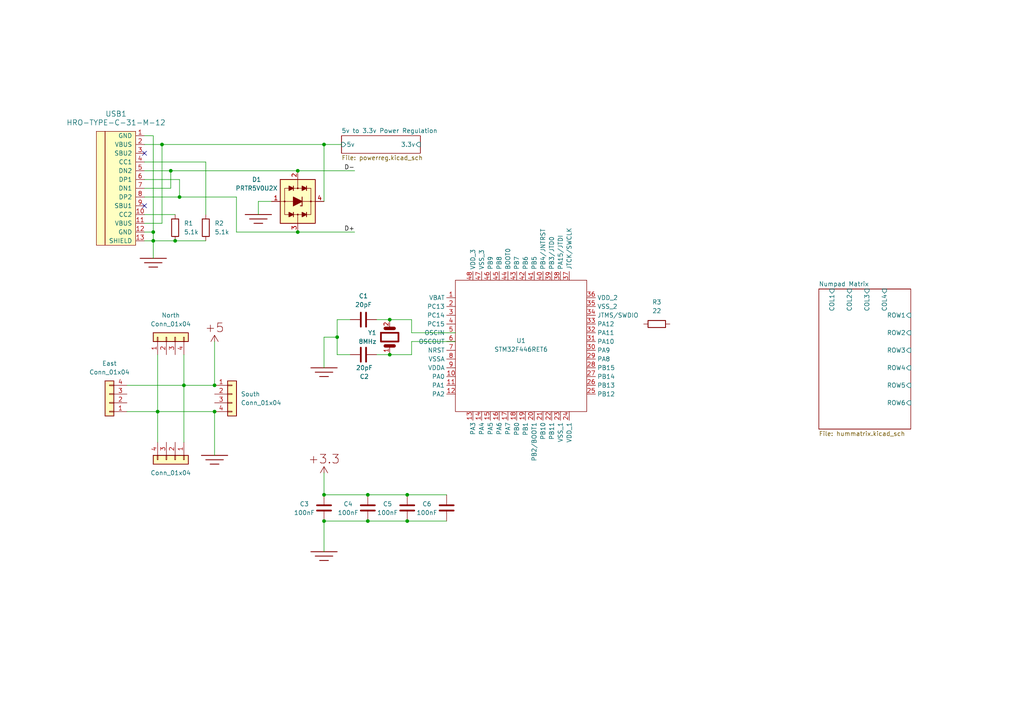
<source format=kicad_sch>
(kicad_sch (version 20250114) (generator "eeschema") (generator_version "9.0")
  (paper "A4")
  (lib_symbols
    (symbol "PCM_4ms_Connector:Conn_01x04" (pin_names (offset 1.016) (hide yes))
      (property "Reference" "J" (at 0 5.08 0))
      (property "Value" "Conn_01x04" (at 0 -7.62 0))
      (symbol "Conn_01x04_1_1"
        (rectangle (start -1.27 3.81) (end 1.27 -6.35) (stroke (width 0.254)) (fill (type background)))
        (rectangle (start -1.27 2.667) (end 0 2.413) (stroke (width 0.1524)))
        (rectangle (start -1.27 0.127) (end 0 -0.127) (stroke (width 0.1524)))
        (rectangle (start -1.27 -2.413) (end 0 -2.667) (stroke (width 0.1524)))
        (rectangle (start -1.27 -4.953) (end 0 -5.207) (stroke (width 0.1524)))
        (pin passive line (at -5.08 2.54 0) (length 3.81) (name "Pin_1") (number "1"))
        (pin passive line (at -5.08 0 0) (length 3.81) (name "Pin_2") (number "2"))
        (pin passive line (at -5.08 -2.54 0) (length 3.81) (name "Pin_3") (number "3"))
        (pin passive line (at -5.08 -5.08 0) (length 3.81) (name "Pin_4") (number "4"))
      )
    )
    (symbol "PCM_Capacitor_AKL:C_0805" (pin_numbers (hide yes)) (pin_names (offset 0.254))
      (property "Reference" "C" (at 0.635 2.54 0))
      (property "Value" "C_0805" (at 0.635 -2.54 0))
      (symbol "C_0805_0_1"
        (polyline (pts (xy -2.032 0.762) (xy 2.032 0.762)) (stroke (width 0.508)))
        (polyline (pts (xy -2.032 -0.762) (xy 2.032 -0.762)) (stroke (width 0.508)))
      )
      (symbol "C_0805_0_2"
        (polyline (pts (xy -2.54 -2.54) (xy -0.381 -0.381)))
        (polyline (pts (xy -0.508 -0.508) (xy -1.651 0.635)) (stroke (width 0.508)))
        (polyline (pts (xy -0.508 -0.508) (xy 0.635 -1.651)) (stroke (width 0.508)))
        (polyline (pts (xy 0.381 0.381) (xy 2.54 2.54)))
        (polyline (pts (xy 0.508 0.508) (xy -0.635 1.651)) (stroke (width 0.508)))
        (polyline (pts (xy 0.508 0.508) (xy 1.651 -0.635)) (stroke (width 0.508)))
      )
      (symbol "C_0805_1_1"
        (pin passive line (at 0 3.81 270) (length 2.794) (name "~") (number "1"))
        (pin passive line (at 0 -3.81 90) (length 2.794) (name "~") (number "2"))
      )
      (symbol "C_0805_1_2"
        (pin passive line (at -2.54 -2.54 90) (length 0) (name "~") (number "2"))
        (pin passive line (at 2.54 2.54 270) (length 0) (name "~") (number "1"))
      )
    )
    (symbol "PCM_Diode_TVS_AKL:PRTR5V0U2X" (pin_names (offset 1.016) (hide yes))
      (property "Reference" "D" (at 7.62 8.89 0))
      (property "Value" "PRTR5V0U2X" (at 7.62 6.35 0))
      (symbol "PRTR5V0U2X_0_1"
        (rectangle (start -6.35 5.08) (end 6.35 -5.08) (stroke (width 0.254)) (fill (type background)))
        (polyline (pts (xy -3.81 2.54) (xy -3.81 3.81) (xy 3.81 3.81) (xy 3.81 2.54)))
        (polyline (pts (xy -3.81 2.54) (xy -3.175 1.27) (xy -4.445 1.27) (xy -3.81 2.54)) (stroke (width 0.254)) (fill (type outline)))
        (circle (center -3.81 0) (radius 0.1778) (fill (type outline)))
        (polyline (pts (xy -3.81 0) (xy -6.35 0)))
        (polyline (pts (xy -3.81 -1.27) (xy -3.81 1.27)))
        (polyline (pts (xy -3.81 -1.27) (xy -3.175 -2.54) (xy -4.445 -2.54) (xy -3.81 -1.27)) (stroke (width 0.254)) (fill (type outline)))
        (polyline (pts (xy -3.81 -2.54) (xy -3.81 -3.81) (xy 3.81 -3.81) (xy 3.81 -2.54)))
        (polyline (pts (xy -3.175 2.54) (xy -4.445 2.54)) (stroke (width 0.254)))
        (polyline (pts (xy -3.175 -1.27) (xy -4.445 -1.27)) (stroke (width 0.254)))
        (circle (center 0 3.81) (radius 0.1778) (fill (type outline)))
        (polyline (pts (xy 0 1.27) (xy 0 5.08)))
        (polyline (pts (xy 0 -1.27) (xy 0 -5.08)))
        (polyline (pts (xy 3.81 2.54) (xy 4.445 1.27) (xy 3.175 1.27) (xy 3.81 2.54)) (stroke (width 0.254)) (fill (type outline)))
        (polyline (pts (xy 3.81 0) (xy 6.35 0)))
        (circle (center 3.81 0) (radius 0.1778) (fill (type outline)))
        (polyline (pts (xy 3.81 -1.27) (xy 3.81 1.27)))
        (polyline (pts (xy 3.81 -1.27) (xy 4.445 -2.54) (xy 3.175 -2.54) (xy 3.81 -1.27)) (stroke (width 0.254)) (fill (type outline)))
        (polyline (pts (xy 4.445 2.54) (xy 3.175 2.54)) (stroke (width 0.254)))
        (polyline (pts (xy 4.445 -1.27) (xy 3.175 -1.27)) (stroke (width 0.254)))
      )
      (symbol "PRTR5V0U2X_1_1"
        (polyline (pts (xy -3.81 1.27) (xy -3.81 3.81)))
        (polyline (pts (xy -1.27 1.27) (xy 1.27 1.27)) (stroke (width 0.254)))
        (polyline (pts (xy 0 -1.27) (xy 0 1.27)))
        (circle (center 0 -3.81) (radius 0.1778) (fill (type outline)))
        (polyline (pts (xy 1.27 1.27) (xy 1.27 0.762)) (stroke (width 0.254)))
        (polyline (pts (xy 1.27 -1.27) (xy -1.27 -1.27) (xy 0 1.27) (xy 1.27 -1.27)) (stroke (width 0.254)) (fill (type outline)))
        (pin passive line (at -8.89 0 0) (length 2.54) (name "L1") (number "2"))
        (pin passive line (at 0 7.62 270) (length 2.54) (name "VP") (number "4"))
        (pin passive line (at 0 -7.62 90) (length 2.54) (name "VN") (number "1"))
        (pin passive line (at 8.89 0 180) (length 2.54) (name "L2") (number "3"))
      )
    )
    (symbol "PCM_Generic:P,+3.3" (power) (pin_numbers (hide yes)) (pin_names (offset 1.27) (hide yes))
      (symbol "P,+3.3_1_1"
        (polyline (pts (xy -1.0668 0) (xy 0 1.8288) (xy 1.0668 0)))
        (polyline (pts (xy 0 0) (xy 0 1.8288)))
        (text "+3.3" (at 0 2.54 0) (effects (font (size 2.54 2.54)) (justify bottom)))
        (pin power_in line (at 0 0 0) (length 0) (hide yes) (name "+3.3") (number "0"))
      )
    )
    (symbol "PCM_Generic:P,+5" (power) (pin_numbers (hide yes)) (pin_names (offset 1.27) (hide yes))
      (symbol "P,+5_1_1"
        (polyline (pts (xy -1.0668 0) (xy 0 1.8288) (xy 1.0668 0)))
        (polyline (pts (xy 0 0) (xy 0 1.8288)))
        (text "+5" (at 0 2.54 0) (effects (font (size 2.54 2.54)) (justify bottom)))
        (pin power_in line (at 0 0 0) (length 0) (hide yes) (name "+5") (number "0"))
      )
    )
    (symbol "PCM_Generic:P,E" (power) (pin_numbers (hide yes)) (pin_names (offset 3.81))
      (symbol "P,E_1_1"
        (polyline (pts (xy -3.81 0) (xy 3.81 0)) (stroke (width 0.254)))
        (polyline (pts (xy -2.54 -1.27) (xy 2.54 -1.27)) (stroke (width 0.254)))
        (polyline (pts (xy -1.27 -2.54) (xy 1.27 -2.54)) (stroke (width 0.254)))
        (pin power_in line (at 0 0 0) (length 0) (hide yes) (name "E") (number "0"))
      )
    )
    (symbol "PCM_Resistor_AKL:R_0805" (pin_numbers (hide yes)) (pin_names (offset 0))
      (property "Reference" "R" (at 2.54 1.27 0))
      (property "Value" "R_0805" (at 2.54 -1.27 0))
      (symbol "R_0805_0_1"
        (rectangle (start -1.016 2.54) (end 1.016 -2.54) (stroke (width 0.254)))
      )
      (symbol "R_0805_0_2"
        (polyline (pts (xy -2.54 -2.54) (xy -1.524 -1.524)))
        (polyline (pts (xy 1.524 1.524) (xy 2.54 2.54)))
        (polyline (pts (xy 1.524 1.524) (xy 0.889 2.159) (xy -2.159 -0.889) (xy -0.889 -2.159) (xy 2.159 0.889) (xy 1.524 1.524)) (stroke (width 0.254)))
      )
      (symbol "R_0805_1_1"
        (pin passive line (at 0 3.81 270) (length 1.27) (name "~") (number "1"))
        (pin passive line (at 0 -3.81 90) (length 1.27) (name "~") (number "2"))
      )
      (symbol "R_0805_1_2"
        (pin passive line (at -2.54 -2.54 0) (length 0) (name "") (number "2"))
        (pin passive line (at 2.54 2.54 180) (length 0) (name "") (number "1"))
      )
    )
    (symbol "PCM_SL_Devices:Crystal_8MHz"
      (property "Reference" "Y" (at 0 7.62 0))
      (property "Value" "Crystal_8MHz" (at 0 5.08 0))
      (symbol "Crystal_8MHz_0_1"
        (polyline (pts (xy -2.54 1.27) (xy -2.54 -1.27)) (stroke (width 1)))
        (rectangle (start -1.27 2.54) (end 1.27 -2.54) (stroke (width 0.5)))
        (polyline (pts (xy 2.54 1.27) (xy 2.54 -1.27)) (stroke (width 1)))
      )
      (symbol "Crystal_8MHz_1_1"
        (pin passive line (at -5.08 0 0) (length 2.54) (name "") (number "1"))
        (pin passive line (at 5.08 0 180) (length 2.54) (name "") (number "2"))
      )
    )
    (symbol "Type-C:HRO-TYPE-C-31-M-12" (pin_names (offset 1.016))
      (property "Reference" "USB" (at -5.08 16.51 0))
      (property "Value" "HRO-TYPE-C-31-M-12" (at -10.16 -1.27 90))
      (symbol "HRO-TYPE-C-31-M-12_0_1"
        (rectangle (start -11.43 15.24) (end -8.89 -17.78) (fill (type background)))
        (rectangle (start 0 -17.78) (end -8.89 15.24) (fill (type background)))
      )
      (symbol "HRO-TYPE-C-31-M-12_1_1"
        (pin input line (at 2.54 13.97 180) (length 2.54) (name "GND") (number "1"))
        (pin input line (at 2.54 11.43 180) (length 2.54) (name "VBUS") (number "2"))
        (pin input line (at 2.54 8.89 180) (length 2.54) (name "SBU2") (number "3"))
        (pin input line (at 2.54 6.35 180) (length 2.54) (name "CC1") (number "4"))
        (pin input line (at 2.54 3.81 180) (length 2.54) (name "DN2") (number "5"))
        (pin input line (at 2.54 1.27 180) (length 2.54) (name "DP1") (number "6"))
        (pin input line (at 2.54 -1.27 180) (length 2.54) (name "DN1") (number "7"))
        (pin input line (at 2.54 -3.81 180) (length 2.54) (name "DP2") (number "8"))
        (pin input line (at 2.54 -6.35 180) (length 2.54) (name "SBU1") (number "9"))
        (pin input line (at 2.54 -8.89 180) (length 2.54) (name "CC2") (number "10"))
        (pin input line (at 2.54 -11.43 180) (length 2.54) (name "VBUS") (number "11"))
        (pin input line (at 2.54 -13.97 180) (length 2.54) (name "GND") (number "12"))
        (pin input line (at 2.54 -16.51 180) (length 2.54) (name "SHIELD") (number "13"))
      )
    )
    (symbol "stm32f446ret6:STM32F446RET6"
      (property "Reference" "U" (at -0.508 -3.048 0))
      (symbol "STM32F446RET6_0_1"
        (rectangle (start 0 0) (end 38.1 -38.1))
      )
      (symbol "STM32F446RET6_1_1"
        (pin bidirectional line (at 0 -5.08 180) (length 2.54) (name "VBAT") (number "1"))
        (pin bidirectional line (at 0 -7.62 180) (length 2.54) (name "PC13") (number "2"))
        (pin bidirectional line (at 0 -10.16 180) (length 2.54) (name "PC14") (number "3"))
        (pin bidirectional line (at 0 -12.7 180) (length 2.54) (name "PC15") (number "4"))
        (pin bidirectional line (at 0 -15.24 180) (length 2.54) (name "OSCIN") (number "5"))
        (pin bidirectional line (at 0 -17.78 180) (length 2.54) (name "OSCOUT") (number "6"))
        (pin bidirectional line (at 0 -20.32 180) (length 2.54) (name "NRST") (number "7"))
        (pin bidirectional line (at 0 -22.86 180) (length 2.54) (name "VSSA") (number "8"))
        (pin bidirectional line (at 0 -25.4 180) (length 2.54) (name "VDDA") (number "9"))
        (pin bidirectional line (at 0 -27.94 180) (length 2.54) (name "PA0") (number "10"))
        (pin bidirectional line (at 0 -30.48 180) (length 2.54) (name "PA1") (number "11"))
        (pin bidirectional line (at 0 -33.02 180) (length 2.54) (name "PA2") (number "12"))
        (pin bidirectional line (at 5.08 0 90) (length 2.54) (name "VDD_3") (number "48"))
        (pin bidirectional line (at 5.08 -38.1 270) (length 2.54) (name "PA3") (number "13"))
        (pin bidirectional line (at 7.62 0 90) (length 2.54) (name "VSS_3") (number "47"))
        (pin bidirectional line (at 7.62 -38.1 270) (length 2.54) (name "PA4") (number "14"))
        (pin bidirectional line (at 10.16 0 90) (length 2.54) (name "PB9") (number "46"))
        (pin bidirectional line (at 10.16 -38.1 270) (length 2.54) (name "PA5") (number "15"))
        (pin bidirectional line (at 12.7 0 90) (length 2.54) (name "PB8") (number "45"))
        (pin bidirectional line (at 12.7 -38.1 270) (length 2.54) (name "PA6") (number "16"))
        (pin bidirectional line (at 15.24 0 90) (length 2.54) (name "BOOT0") (number "44"))
        (pin bidirectional line (at 15.24 -38.1 270) (length 2.54) (name "PA7") (number "17"))
        (pin bidirectional line (at 17.78 0 90) (length 2.54) (name "PB7") (number "43"))
        (pin bidirectional line (at 17.78 -38.1 270) (length 2.54) (name "PB0") (number "18"))
        (pin bidirectional line (at 20.32 0 90) (length 2.54) (name "PB6") (number "42"))
        (pin bidirectional line (at 20.32 -38.1 270) (length 2.54) (name "PB1") (number "19"))
        (pin bidirectional line (at 22.86 0 90) (length 2.54) (name "PB5") (number "41"))
        (pin bidirectional line (at 22.86 -38.1 270) (length 2.54) (name "PB2/BOOT1") (number "20"))
        (pin bidirectional line (at 25.4 0 90) (length 2.54) (name "PB4/JNTRST") (number "40"))
        (pin bidirectional line (at 25.4 -38.1 270) (length 2.54) (name "PB10") (number "21"))
        (pin bidirectional line (at 27.94 0 90) (length 2.54) (name "PB3/JTD0") (number "39"))
        (pin bidirectional line (at 27.94 -38.1 270) (length 2.54) (name "PB11") (number "22"))
        (pin bidirectional line (at 30.48 0 90) (length 2.54) (name "PA15/JTDI") (number "38"))
        (pin bidirectional line (at 30.48 -38.1 270) (length 2.54) (name "VSS_1") (number "23"))
        (pin bidirectional line (at 33.02 0 90) (length 2.54) (name "JTCK/SWCLK") (number "37"))
        (pin bidirectional line (at 33.02 -38.1 270) (length 2.54) (name "VDD_1") (number "24"))
        (pin bidirectional line (at 38.1 -5.08 0) (length 2.54) (name "VDD_2") (number "36"))
        (pin bidirectional line (at 38.1 -7.62 0) (length 2.54) (name "VSS_2") (number "35"))
        (pin bidirectional line (at 38.1 -10.16 0) (length 2.54) (name "JTMS/SWDIO") (number "34"))
        (pin bidirectional line (at 38.1 -12.7 0) (length 2.54) (name "PA12") (number "33"))
        (pin bidirectional line (at 38.1 -15.24 0) (length 2.54) (name "PA11") (number "32"))
        (pin bidirectional line (at 38.1 -17.78 0) (length 2.54) (name "PA10") (number "31"))
        (pin bidirectional line (at 38.1 -20.32 0) (length 2.54) (name "PA9") (number "30"))
        (pin bidirectional line (at 38.1 -22.86 0) (length 2.54) (name "PA8") (number "29"))
        (pin bidirectional line (at 38.1 -25.4 0) (length 2.54) (name "PB15") (number "28"))
        (pin bidirectional line (at 38.1 -27.94 0) (length 2.54) (name "PB14") (number "27"))
        (pin bidirectional line (at 38.1 -30.48 0) (length 2.54) (name "PB13") (number "26"))
        (pin bidirectional line (at 38.1 -33.02 0) (length 2.54) (name "PB12") (number "25"))
      )
    )
  )
  (junction (at 49.53 49.53))
  (junction (at 44.45 69.85))
  (junction (at 62.23 111.76))
  (junction (at 44.45 67.31))
  (junction (at 93.98 151.13))
  (junction (at 50.8 69.85))
  (junction (at 52.07 57.15))
  (junction (at 97.79 97.79))
  (junction (at 118.11 143.51))
  (junction (at 113.03 102.87))
  (junction (at 53.34 111.76))
  (junction (at 113.03 92.71))
  (junction (at 86.36 49.53))
  (junction (at 106.68 151.13))
  (junction (at 62.23 119.38))
  (junction (at 93.98 143.51))
  (junction (at 106.68 143.51))
  (junction (at 86.36 67.31))
  (junction (at 46.99 41.91))
  (junction (at 93.98 41.91))
  (junction (at 45.72 119.38))
  (junction (at 118.11 151.13))
  (no_connect (at 41.91 44.45))
  (no_connect (at 41.91 59.69))
  (wire (pts (xy 93.98 151.13) (xy 93.98 160.02)))
  (wire (pts (xy 68.58 67.31) (xy 86.36 67.31)))
  (wire (pts (xy 44.45 69.85) (xy 50.8 69.85)))
  (wire (pts (xy 106.68 143.51) (xy 118.11 143.51)))
  (wire (pts (xy 53.34 111.76) (xy 53.34 128.27)))
  (wire (pts (xy 113.03 92.71) (xy 119.38 92.71)))
  (wire (pts (xy 97.79 97.79) (xy 97.79 102.87)))
  (wire (pts (xy 44.45 67.31) (xy 41.91 67.31)))
  (wire (pts (xy 118.11 151.13) (xy 129.54 151.13)))
  (wire (pts (xy 62.23 99.06) (xy 62.23 111.76)))
  (wire (pts (xy 93.98 137.16) (xy 93.98 143.51)))
  (wire (pts (xy 78.74 58.42) (xy 74.93 58.42)))
  (wire (pts (xy 53.34 111.76) (xy 62.23 111.76)))
  (wire (pts (xy 45.72 119.38) (xy 45.72 128.27)))
  (wire (pts (xy 45.72 102.87) (xy 45.72 119.38)))
  (wire (pts (xy 52.07 57.15) (xy 68.58 57.15)))
  (wire (pts (xy 36.83 111.76) (xy 53.34 111.76)))
  (wire (pts (xy 74.93 58.42) (xy 74.93 62.23)))
  (wire (pts (xy 118.11 143.51) (xy 129.54 143.51)))
  (wire (pts (xy 109.22 102.87) (xy 113.03 102.87)))
  (wire (pts (xy 59.69 46.99) (xy 59.69 62.23)))
  (wire (pts (xy 97.79 102.87) (xy 101.6 102.87)))
  (wire (pts (xy 41.91 69.85) (xy 44.45 69.85)))
  (wire (pts (xy 119.38 99.06) (xy 119.38 102.87)))
  (wire (pts (xy 44.45 69.85) (xy 44.45 67.31)))
  (wire (pts (xy 132.08 99.06) (xy 119.38 99.06)))
  (wire (pts (xy 41.91 41.91) (xy 46.99 41.91)))
  (wire (pts (xy 41.91 49.53) (xy 49.53 49.53)))
  (wire (pts (xy 41.91 62.23) (xy 50.8 62.23)))
  (wire (pts (xy 119.38 96.52) (xy 132.08 96.52)))
  (wire (pts (xy 36.83 119.38) (xy 45.72 119.38)))
  (wire (pts (xy 49.53 49.53) (xy 86.36 49.53)))
  (wire (pts (xy 68.58 57.15) (xy 68.58 67.31)))
  (wire (pts (xy 86.36 49.53) (xy 102.87 49.53)))
  (wire (pts (xy 46.99 41.91) (xy 93.98 41.91)))
  (wire (pts (xy 41.91 39.37) (xy 44.45 39.37)))
  (wire (pts (xy 41.91 64.77) (xy 46.99 64.77)))
  (wire (pts (xy 86.36 67.31) (xy 102.87 67.31)))
  (wire (pts (xy 41.91 52.07) (xy 52.07 52.07)))
  (wire (pts (xy 93.98 41.91) (xy 99.06 41.91)))
  (wire (pts (xy 53.34 102.87) (xy 53.34 111.76)))
  (wire (pts (xy 45.72 119.38) (xy 62.23 119.38)))
  (wire (pts (xy 93.98 143.51) (xy 106.68 143.51)))
  (wire (pts (xy 44.45 69.85) (xy 44.45 74.93)))
  (wire (pts (xy 44.45 39.37) (xy 44.45 67.31)))
  (wire (pts (xy 46.99 64.77) (xy 46.99 41.91)))
  (wire (pts (xy 62.23 119.38) (xy 62.23 132.08)))
  (wire (pts (xy 41.91 46.99) (xy 59.69 46.99)))
  (wire (pts (xy 50.8 69.85) (xy 59.69 69.85)))
  (wire (pts (xy 101.6 92.71) (xy 97.79 92.71)))
  (wire (pts (xy 93.98 97.79) (xy 97.79 97.79)))
  (wire (pts (xy 93.98 41.91) (xy 93.98 58.42)))
  (wire (pts (xy 52.07 57.15) (xy 52.07 52.07)))
  (wire (pts (xy 119.38 92.71) (xy 119.38 96.52)))
  (wire (pts (xy 49.53 49.53) (xy 49.53 54.61)))
  (wire (pts (xy 41.91 54.61) (xy 49.53 54.61)))
  (wire (pts (xy 93.98 106.68) (xy 93.98 97.79)))
  (wire (pts (xy 93.98 151.13) (xy 106.68 151.13)))
  (wire (pts (xy 41.91 57.15) (xy 52.07 57.15)))
  (wire (pts (xy 97.79 92.71) (xy 97.79 97.79)))
  (wire (pts (xy 119.38 102.87) (xy 113.03 102.87)))
  (wire (pts (xy 106.68 151.13) (xy 118.11 151.13)))
  (wire (pts (xy 109.22 92.71) (xy 113.03 92.71)))
  (label "D-" (at 102.87 49.53 180))
  (label "D+" (at 102.87 67.31 180))
  (symbol (lib_id "PCM_4ms_Connector:Conn_01x04") (at 67.31 114.3 0) (unit 1)
    (property "Reference" "South" (at 69.85 114.2999 0) (effects (justify left)))
    (property "Value" "Conn_01x04" (at 69.85 116.8399 0) (effects (justify left)))
    (property "Footprint" "4ms_Connector:Pins_1x04_2.54mm_TH_SWD" (effects (hide yes)))
    (property "Description" "HEADER 1x4 MALE PINS 0.100” 180deg" (effects (hide yes)))
    (property "Specifications" "HEADER 1x4 MALE PINS 0.100” 180deg" (effects (hide yes)))
    (property "Manufacturer" "TAD" (effects (hide yes)))
    (property "Part Number" "1-0401FBV0T" (effects (hide yes)))
  )
  (symbol (lib_id "PCM_Capacitor_AKL:C_0805") (at 129.54 147.32 0) (unit 1)
    (property "Reference" "C6" (at 123.825 146.177 0))
    (property "Value" "100nF" (at 123.825 148.717 0))
    (property "Footprint" "PCM_Capacitor_SMD_AKL:C_0805_2012Metric" (effects (hide yes)))
    (property "Description" "SMD 0805 MLCC capacitor, Alternate KiCad Library" (effects (hide yes)))
  )
  (symbol (lib_id "PCM_4ms_Connector:Conn_01x04") (at 48.26 97.79 90) (unit 1)
    (property "Reference" "North" (at 49.53 91.44 90))
    (property "Value" "Conn_01x04" (at 49.53 93.98 90))
    (property "Footprint" "4ms_Connector:Pins_1x04_2.54mm_TH_SWD" (effects (hide yes)))
    (property "Description" "HEADER 1x4 MALE PINS 0.100” 180deg" (effects (hide yes)))
    (property "Specifications" "HEADER 1x4 MALE PINS 0.100” 180deg" (effects (hide yes)))
    (property "Manufacturer" "TAD" (effects (hide yes)))
    (property "Part Number" "1-0401FBV0T" (effects (hide yes)))
  )
  (symbol (lib_id "PCM_Capacitor_AKL:C_0805") (at 105.41 92.71 270) (unit 1)
    (property "Reference" "C1" (at 105.41 85.852 90))
    (property "Value" "20pF" (at 105.41 88.392 90))
    (property "Footprint" "PCM_Capacitor_SMD_AKL:C_0805_2012Metric" (effects (hide yes)))
    (property "Description" "SMD 0805 MLCC capacitor, Alternate KiCad Library" (effects (hide yes)))
  )
  (symbol (lib_id "PCM_Generic:P,E") (at 62.23 132.08 0) (unit 1)
    (property "Reference" "#PWR02" (effects (hide yes)))
    (property "Value" "P,E" (effects (hide yes)))
    (property "Description" "earth/ground/earthing/grounding (E)" (effects (hide yes)))
  )
  (symbol (lib_id "PCM_Resistor_AKL:R_0805") (at 50.8 66.04 0) (unit 1)
    (property "Reference" "R1" (at 53.34 64.7699 0) (effects (justify left)))
    (property "Value" "5.1k" (at 53.34 67.3099 0) (effects (justify left)))
    (property "Footprint" "PCM_Resistor_SMD_AKL:R_0805_2012Metric" (effects (hide yes)))
    (property "Description" "SMD 0805 Chip Resistor, European Symbol, Alternate KiCad Library" (effects (hide yes)))
  )
  (symbol (lib_id "PCM_Capacitor_AKL:C_0805") (at 106.68 147.32 0) (unit 1)
    (property "Reference" "C4" (at 100.965 146.177 0))
    (property "Value" "100nF" (at 100.965 148.717 0))
    (property "Footprint" "PCM_Capacitor_SMD_AKL:C_0805_2012Metric" (effects (hide yes)))
    (property "Description" "SMD 0805 MLCC capacitor, Alternate KiCad Library" (effects (hide yes)))
  )
  (symbol (lib_id "PCM_4ms_Connector:Conn_01x04") (at 50.8 133.35 270) (unit 1)
    (property "Reference" "West" (effects (hide yes)))
    (property "Value" "Conn_01x04" (at 49.53 137.16 90))
    (property "Footprint" "4ms_Connector:Pins_1x04_2.54mm_TH_SWD" (effects (hide yes)))
    (property "Description" "HEADER 1x4 MALE PINS 0.100” 180deg" (effects (hide yes)))
    (property "Specifications" "HEADER 1x4 MALE PINS 0.100” 180deg" (effects (hide yes)))
    (property "Manufacturer" "TAD" (effects (hide yes)))
    (property "Part Number" "1-0401FBV0T" (effects (hide yes)))
  )
  (symbol (lib_id "PCM_Generic:P,+5") (at 62.23 99.06 0) (unit 1)
    (property "Reference" "#PWR01" (effects (hide yes)))
    (property "Value" "P,+5" (effects (hide yes)))
    (property "Description" "+5 positive potential/voltage (global DC power supply node)" (effects (hide yes)))
  )
  (symbol (lib_id "PCM_Capacitor_AKL:C_0805") (at 118.11 147.32 0) (unit 1)
    (property "Reference" "C5" (at 112.395 146.177 0))
    (property "Value" "100nF" (at 112.395 148.717 0))
    (property "Footprint" "PCM_Capacitor_SMD_AKL:C_0805_2012Metric" (effects (hide yes)))
    (property "Description" "SMD 0805 MLCC capacitor, Alternate KiCad Library" (effects (hide yes)))
  )
  (symbol (lib_id "PCM_Capacitor_AKL:C_0805") (at 105.41 102.87 270) (unit 1)
    (property "Reference" "C2" (at 105.664 109.22 90))
    (property "Value" "20pF" (at 105.664 106.68 90))
    (property "Footprint" "PCM_Capacitor_SMD_AKL:C_0805_2012Metric" (effects (hide yes)))
    (property "Description" "SMD 0805 MLCC capacitor, Alternate KiCad Library" (effects (hide yes)))
  )
  (symbol (lib_id "PCM_Generic:P,E") (at 93.98 160.02 0) (unit 1)
    (property "Reference" "#PWR05" (effects (hide yes)))
    (property "Value" "P,E" (effects (hide yes)))
    (property "Description" "earth/ground/earthing/grounding (E)" (effects (hide yes)))
  )
  (symbol (lib_id "PCM_Capacitor_AKL:C_0805") (at 93.98 147.32 0) (unit 1)
    (property "Reference" "C3" (at 88.265 146.177 0))
    (property "Value" "100nF" (at 88.265 148.717 0))
    (property "Footprint" "PCM_Capacitor_SMD_AKL:C_0805_2012Metric" (effects (hide yes)))
    (property "Description" "SMD 0805 MLCC capacitor, Alternate KiCad Library" (effects (hide yes)))
  )
  (symbol (lib_id "PCM_SL_Devices:Crystal_8MHz") (at 113.03 97.79 90) (unit 1)
    (property "Reference" "Y1" (at 109.22 96.52 90) (effects (justify left)))
    (property "Value" "8MHz" (at 109.22 99.06 90) (effects (justify left)))
    (property "Footprint" "PCM_Crystal_AKL:Crystal_HC52-U_Vertical" (effects (hide yes)))
    (property "Description" "8Mz Crystal" (effects (hide yes)))
  )
  (symbol (lib_id "PCM_Resistor_AKL:R_0805") (at 190.5 93.98 90) (unit 1)
    (property "Reference" "R3" (at 190.5 87.63 90))
    (property "Value" "22" (at 190.5 90.17 90))
    (property "Footprint" "PCM_Resistor_SMD_AKL:R_0805_2012Metric" (effects (hide yes)))
    (property "Description" "SMD 0805 Chip Resistor, European Symbol, Alternate KiCad Library" (effects (hide yes)))
  )
  (symbol (lib_id "stm32f446ret6:STM32F446RET6") (at 132.08 81.28 0) (unit 1)
    (property "Reference" "U1" (at 151.13 98.806 0))
    (property "Value" "STM32F446RET6" (at 151.13 101.346 0))
    (property "Footprint" "footprints:LQFP64-10x10mm" (effects (hide yes)))
  )
  (symbol (lib_id "PCM_Generic:P,+3.3") (at 93.98 137.16 0) (unit 1)
    (property "Reference" "#PWR04" (effects (hide yes)))
    (property "Value" "P,+3.3" (effects (hide yes)))
    (property "Description" "+3.3 positive potential/voltage (global DC power supply node)" (effects (hide yes)))
  )
  (symbol (lib_id "PCM_Diode_TVS_AKL:PRTR5V0U2X") (at 86.36 58.42 270) (unit 1)
    (property "Reference" "D1" (at 74.422 52.07 90))
    (property "Value" "PRTR5V0U2X" (at 74.422 54.61 90))
    (property "Footprint" "PCM_Package_TO_SOT_SMD_AKL:SOT-143" (effects (hide yes)))
    (property "Datasheet" "https://www.tme.eu/Document/4eac14af69261014af6cc93b35742953/PRTR5V0U2X-DTE.pdf" (effects (hide yes)))
    (property "Description" "SOT-143 TVS Diode Array, 2 protected lines, 5.5V, Alternate KiCAD Library" (effects (hide yes)))
  )
  (symbol (lib_id "Type-C:HRO-TYPE-C-31-M-12") (at 39.37 53.34 0) (unit 1)
    (property "Reference" "USB1" (at 33.655 33.02 0) (effects (font (size 1.524 1.524))))
    (property "Value" "HRO-TYPE-C-31-M-12" (at 33.655 35.56 0) (effects (font (size 1.524 1.524))))
  )
  (symbol (lib_id "PCM_Resistor_AKL:R_0805") (at 59.69 66.04 0) (unit 1)
    (property "Reference" "R2" (at 62.23 64.7699 0) (effects (justify left)))
    (property "Value" "5.1k" (at 62.23 67.3099 0) (effects (justify left)))
    (property "Footprint" "PCM_Resistor_SMD_AKL:R_0805_2012Metric" (effects (hide yes)))
    (property "Description" "SMD 0805 Chip Resistor, European Symbol, Alternate KiCad Library" (effects (hide yes)))
  )
  (symbol (lib_id "PCM_4ms_Connector:Conn_01x04") (at 31.75 116.84 180) (unit 1)
    (property "Reference" "East" (at 31.75 105.41 0))
    (property "Value" "Conn_01x04" (at 31.75 107.95 0))
    (property "Footprint" "4ms_Connector:Pins_1x04_2.54mm_TH_SWD" (effects (hide yes)))
    (property "Description" "HEADER 1x4 MALE PINS 0.100” 180deg" (effects (hide yes)))
    (property "Specifications" "HEADER 1x4 MALE PINS 0.100” 180deg" (effects (hide yes)))
    (property "Manufacturer" "TAD" (effects (hide yes)))
    (property "Part Number" "1-0401FBV0T" (effects (hide yes)))
  )
  (symbol (lib_id "PCM_Generic:P,E") (at 44.45 74.93 0) (unit 1)
    (property "Reference" "#PWR06" (effects (hide yes)))
    (property "Value" "P,E" (effects (hide yes)))
    (property "Description" "earth/ground/earthing/grounding (E)" (effects (hide yes)))
  )
  (symbol (lib_id "PCM_Generic:P,E") (at 74.93 62.23 0) (unit 1)
    (property "Reference" "#PWR07" (effects (hide yes)))
    (property "Value" "P,E" (effects (hide yes)))
    (property "Description" "earth/ground/earthing/grounding (E)" (effects (hide yes)))
  )
  (symbol (lib_id "PCM_Generic:P,E") (at 93.98 106.68 0) (unit 1)
    (property "Reference" "#PWR03" (effects (hide yes)))
    (property "Value" "P,E" (effects (hide yes)))
    (property "Description" "earth/ground/earthing/grounding (E)" (effects (hide yes)))
  )
  (sheet (at 99.06 39.37) (size 22.86 5.08) (stroke (width 0.1524))
    (property "Sheetname" "5v to 3.3v Power Regulation" (at 99.06 38.6584 0) (effects (justify left bottom)))
    (property "Sheetfile" "powerreg.kicad_sch" (at 99.06 45.0346 0) (effects (justify left top)))
    (pin "3.3v" input (at 121.92 41.91 0))
    (pin "5v" input (at 99.06 41.91 180))
  )
  (sheet (at 237.49 83.82) (size 26.67 40.64) (stroke (width 0.1524))
    (property "Sheetname" "Numpad Matrix" (at 237.49 83.1084 0) (effects (justify left bottom)))
    (property "Sheetfile" "hummatrix.kicad_sch" (at 237.49 125.0446 0) (effects (justify left top)))
    (pin "COL1" input (at 241.3 83.82 90))
    (pin "COL2" input (at 246.38 83.82 90))
    (pin "COL3" input (at 251.46 83.82 90))
    (pin "COL4" input (at 256.54 83.82 90))
    (pin "ROW1" input (at 264.16 91.44 0))
    (pin "ROW2" input (at 264.16 96.52 0))
    (pin "ROW3" input (at 264.16 101.6 0))
    (pin "ROW4" input (at 264.16 106.68 0))
    (pin "ROW5" input (at 264.16 111.76 0))
    (pin "ROW6" input (at 264.16 116.84 0))
  )
)
</source>
